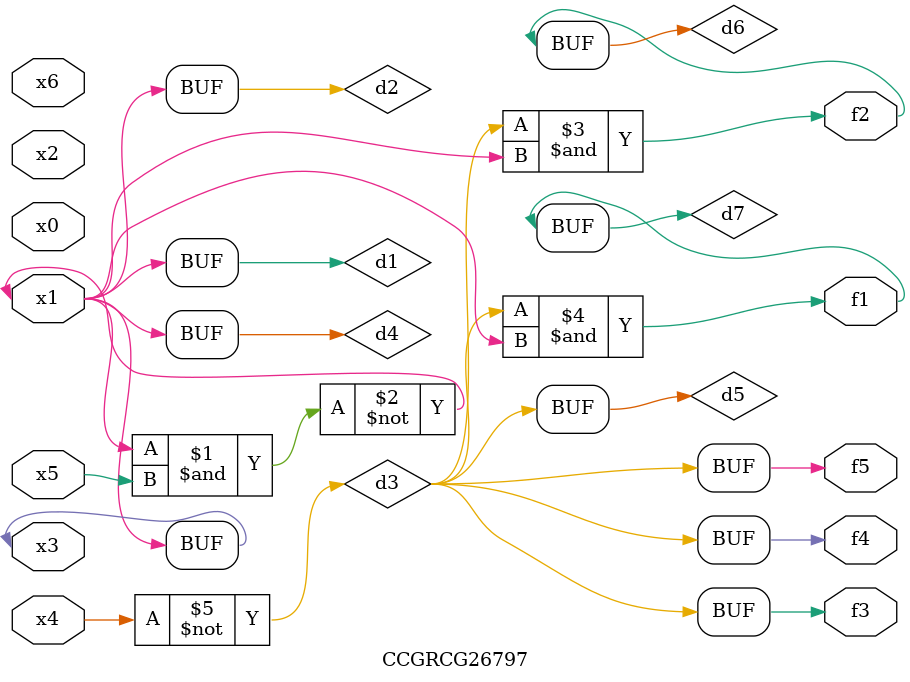
<source format=v>
module CCGRCG26797(
	input x0, x1, x2, x3, x4, x5, x6,
	output f1, f2, f3, f4, f5
);

	wire d1, d2, d3, d4, d5, d6, d7;

	buf (d1, x1, x3);
	nand (d2, x1, x5);
	not (d3, x4);
	buf (d4, d1, d2);
	buf (d5, d3);
	and (d6, d3, d4);
	and (d7, d3, d4);
	assign f1 = d7;
	assign f2 = d6;
	assign f3 = d5;
	assign f4 = d5;
	assign f5 = d5;
endmodule

</source>
